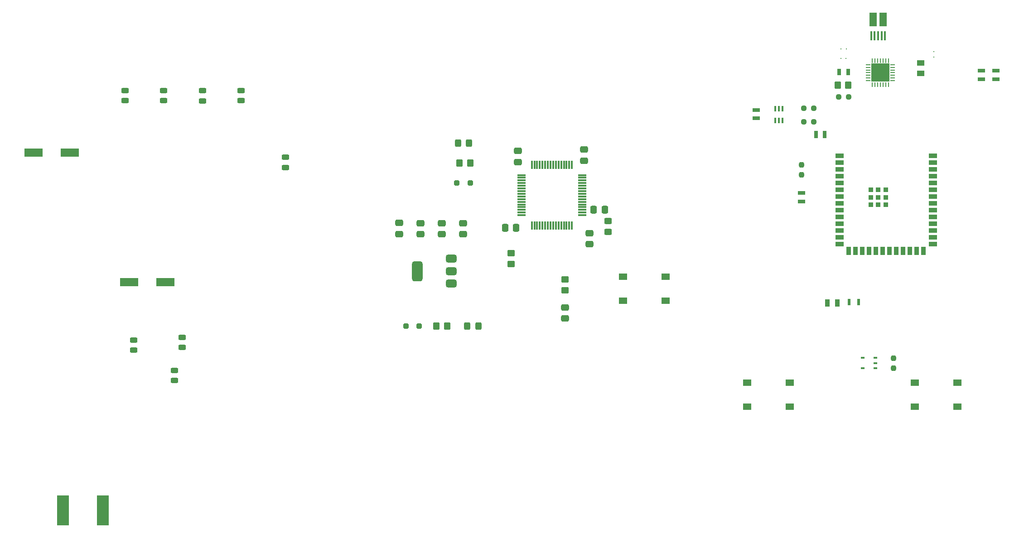
<source format=gbr>
%TF.GenerationSoftware,KiCad,Pcbnew,8.0.4*%
%TF.CreationDate,2024-10-24T16:41:08-04:00*%
%TF.ProjectId,merged,6d657267-6564-42e6-9b69-6361645f7063,rev?*%
%TF.SameCoordinates,Original*%
%TF.FileFunction,Paste,Top*%
%TF.FilePolarity,Positive*%
%FSLAX46Y46*%
G04 Gerber Fmt 4.6, Leading zero omitted, Abs format (unit mm)*
G04 Created by KiCad (PCBNEW 8.0.4) date 2024-10-24 16:41:08*
%MOMM*%
%LPD*%
G01*
G04 APERTURE LIST*
G04 Aperture macros list*
%AMRoundRect*
0 Rectangle with rounded corners*
0 $1 Rounding radius*
0 $2 $3 $4 $5 $6 $7 $8 $9 X,Y pos of 4 corners*
0 Add a 4 corners polygon primitive as box body*
4,1,4,$2,$3,$4,$5,$6,$7,$8,$9,$2,$3,0*
0 Add four circle primitives for the rounded corners*
1,1,$1+$1,$2,$3*
1,1,$1+$1,$4,$5*
1,1,$1+$1,$6,$7*
1,1,$1+$1,$8,$9*
0 Add four rect primitives between the rounded corners*
20,1,$1+$1,$2,$3,$4,$5,0*
20,1,$1+$1,$4,$5,$6,$7,0*
20,1,$1+$1,$6,$7,$8,$9,0*
20,1,$1+$1,$8,$9,$2,$3,0*%
G04 Aperture macros list end*
%ADD10C,0.000000*%
%ADD11R,3.352800X3.352800*%
%ADD12R,0.863600X0.254000*%
%ADD13R,0.254000X0.863600*%
%ADD14R,1.380000X1.010000*%
%ADD15R,0.711200X1.295400*%
%ADD16RoundRect,0.237500X-0.250000X-0.237500X0.250000X-0.237500X0.250000X0.237500X-0.250000X0.237500X0*%
%ADD17RoundRect,0.250000X-0.350000X-0.450000X0.350000X-0.450000X0.350000X0.450000X-0.350000X0.450000X0*%
%ADD18RoundRect,0.250000X-0.450000X0.350000X-0.450000X-0.350000X0.450000X-0.350000X0.450000X0.350000X0*%
%ADD19RoundRect,0.243750X0.456250X-0.243750X0.456250X0.243750X-0.456250X0.243750X-0.456250X-0.243750X0*%
%ADD20R,1.346200X0.787400*%
%ADD21R,1.550000X1.300000*%
%ADD22RoundRect,0.250000X0.475000X-0.337500X0.475000X0.337500X-0.475000X0.337500X-0.475000X-0.337500X0*%
%ADD23R,0.723900X0.381000*%
%ADD24RoundRect,0.243750X-0.456250X0.243750X-0.456250X-0.243750X0.456250X-0.243750X0.456250X0.243750X0*%
%ADD25RoundRect,0.237500X0.237500X-0.250000X0.237500X0.250000X-0.237500X0.250000X-0.237500X-0.250000X0*%
%ADD26R,0.300000X1.000000*%
%ADD27RoundRect,0.250000X-0.450000X0.325000X-0.450000X-0.325000X0.450000X-0.325000X0.450000X0.325000X0*%
%ADD28RoundRect,0.237500X0.250000X0.237500X-0.250000X0.237500X-0.250000X-0.237500X0.250000X-0.237500X0*%
%ADD29R,0.254000X0.203200*%
%ADD30R,0.203200X0.254000*%
%ADD31RoundRect,0.375000X0.625000X0.375000X-0.625000X0.375000X-0.625000X-0.375000X0.625000X-0.375000X0*%
%ADD32RoundRect,0.500000X0.500000X1.400000X-0.500000X1.400000X-0.500000X-1.400000X0.500000X-1.400000X0*%
%ADD33RoundRect,0.250000X0.350000X0.450000X-0.350000X0.450000X-0.350000X-0.450000X0.350000X-0.450000X0*%
%ADD34RoundRect,0.250000X0.337500X0.475000X-0.337500X0.475000X-0.337500X-0.475000X0.337500X-0.475000X0*%
%ADD35RoundRect,0.250000X0.325000X0.450000X-0.325000X0.450000X-0.325000X-0.450000X0.325000X-0.450000X0*%
%ADD36R,0.400000X1.750000*%
%ADD37R,1.425000X2.500000*%
%ADD38R,3.403600X1.498600*%
%ADD39R,0.920000X1.380000*%
%ADD40RoundRect,0.250000X0.250000X0.250000X-0.250000X0.250000X-0.250000X-0.250000X0.250000X-0.250000X0*%
%ADD41RoundRect,0.250000X-0.325000X-0.450000X0.325000X-0.450000X0.325000X0.450000X-0.325000X0.450000X0*%
%ADD42RoundRect,0.250000X-0.337500X-0.475000X0.337500X-0.475000X0.337500X0.475000X-0.337500X0.475000X0*%
%ADD43RoundRect,0.075000X0.075000X-0.700000X0.075000X0.700000X-0.075000X0.700000X-0.075000X-0.700000X0*%
%ADD44RoundRect,0.075000X0.700000X-0.075000X0.700000X0.075000X-0.700000X0.075000X-0.700000X-0.075000X0*%
%ADD45RoundRect,0.250000X-0.475000X0.337500X-0.475000X-0.337500X0.475000X-0.337500X0.475000X0.337500X0*%
%ADD46R,0.508000X1.193800*%
%ADD47R,0.787400X1.346200*%
%ADD48R,1.498600X0.812800*%
%ADD49R,0.812800X1.498600*%
%ADD50R,0.889000X0.889000*%
%ADD51R,2.311400X5.613400*%
G04 APERTURE END LIST*
D10*
%TO.C,U6*%
G36*
X501300000Y-161676400D02*
G01*
X499823600Y-161676400D01*
X499823600Y-160200000D01*
X501300000Y-160200000D01*
X501300000Y-161676400D01*
G37*
G36*
X502976400Y-161676400D02*
G01*
X501500000Y-161676400D01*
X501500000Y-160200000D01*
X502976400Y-160200000D01*
X502976400Y-161676400D01*
G37*
G36*
X501300000Y-160000000D02*
G01*
X499823600Y-160000000D01*
X499823600Y-158523600D01*
X501300000Y-158523600D01*
X501300000Y-160000000D01*
G37*
G36*
X502976400Y-160000000D02*
G01*
X501500000Y-160000000D01*
X501500000Y-158523600D01*
X502976400Y-158523600D01*
X502976400Y-160000000D01*
G37*
%TD*%
D11*
%TO.C,U6*%
X501400000Y-160100000D03*
D12*
X503673300Y-158600000D03*
X503673300Y-159099999D03*
X503673300Y-159600001D03*
X503673300Y-160100000D03*
X503673300Y-160599999D03*
X503673300Y-161100001D03*
X503673300Y-161600000D03*
D13*
X502900000Y-162373300D03*
X502400001Y-162373300D03*
X501899999Y-162373300D03*
X501400000Y-162373300D03*
X500900001Y-162373300D03*
X500399999Y-162373300D03*
X499900000Y-162373300D03*
D12*
X499126700Y-161600000D03*
X499126700Y-161100001D03*
X499126700Y-160599999D03*
X499126700Y-160100000D03*
X499126700Y-159600001D03*
X499126700Y-159099999D03*
X499126700Y-158600000D03*
D13*
X499900000Y-157826700D03*
X500399999Y-157826700D03*
X500900001Y-157826700D03*
X501400000Y-157826700D03*
X501899999Y-157826700D03*
X502400001Y-157826700D03*
X502900000Y-157826700D03*
%TD*%
D14*
%TO.C,R20*%
X508900000Y-160200000D03*
X508900000Y-158300000D03*
%TD*%
D15*
%TO.C,R19*%
X493700000Y-160000000D03*
X495401800Y-160000000D03*
%TD*%
D16*
%TO.C,R18*%
X493600000Y-164600000D03*
X495425000Y-164600000D03*
%TD*%
D17*
%TO.C,R17*%
X493400000Y-162400000D03*
X495400000Y-162400000D03*
%TD*%
D18*
%TO.C,R15*%
X432400000Y-193875000D03*
X432400000Y-195875000D03*
%TD*%
D19*
%TO.C,D10*%
X381964000Y-165343600D03*
X381964000Y-163468600D03*
%TD*%
D18*
%TO.C,R16*%
X442500000Y-198750000D03*
X442500000Y-200750000D03*
%TD*%
D20*
%TO.C,R9*%
X478177000Y-168635600D03*
X478177000Y-167060800D03*
%TD*%
D21*
%TO.C,SW3*%
X453270000Y-198250000D03*
X461230000Y-198250000D03*
X453270000Y-202750000D03*
X461230000Y-202750000D03*
%TD*%
D22*
%TO.C,C20*%
X415463333Y-190325000D03*
X415463333Y-188250000D03*
%TD*%
D19*
%TO.C,D5*%
X374696800Y-165366700D03*
X374696800Y-163491700D03*
%TD*%
D23*
%TO.C,U5*%
X500471000Y-215343200D03*
X500471000Y-214393199D03*
X500471000Y-213443198D03*
X498096100Y-213443198D03*
X498096100Y-215343200D03*
%TD*%
D24*
%TO.C,D8*%
X370926800Y-209568800D03*
X370926800Y-211443800D03*
%TD*%
D25*
%TO.C,R2*%
X486686000Y-179193200D03*
X486686000Y-177368200D03*
%TD*%
D22*
%TO.C,C24*%
X446000000Y-176575000D03*
X446000000Y-174500000D03*
%TD*%
D17*
%TO.C,R14*%
X418450000Y-207500000D03*
X420450000Y-207500000D03*
%TD*%
D26*
%TO.C,U7*%
X483086000Y-166823200D03*
X482426000Y-166823200D03*
X481766000Y-166823200D03*
X481766000Y-169003200D03*
X482426000Y-169003200D03*
X483086000Y-169003200D03*
%TD*%
D20*
%TO.C,R6*%
X520243400Y-159763200D03*
X520243400Y-161338000D03*
%TD*%
%TO.C,R1*%
X486686000Y-184168000D03*
X486686000Y-182593200D03*
%TD*%
D22*
%TO.C,C17*%
X419456666Y-190325000D03*
X419456666Y-188250000D03*
%TD*%
D27*
%TO.C,FB1*%
X450500000Y-187800000D03*
X450500000Y-189850000D03*
%TD*%
D28*
%TO.C,R7*%
X488911000Y-166793200D03*
X487086000Y-166793200D03*
%TD*%
D29*
%TO.C,U4*%
X495000000Y-155700000D03*
X494009400Y-155700000D03*
%TD*%
D21*
%TO.C,S4*%
X484486000Y-222543200D03*
X476536000Y-222543200D03*
X484486000Y-218043200D03*
X476536000Y-218043200D03*
%TD*%
D22*
%TO.C,C19*%
X411470000Y-190250000D03*
X411470000Y-188175000D03*
%TD*%
D30*
%TO.C,U2*%
X511346000Y-156162600D03*
X511346000Y-157153200D03*
%TD*%
D31*
%TO.C,U11*%
X421200000Y-199500000D03*
X421200000Y-197200000D03*
D32*
X414900000Y-197200000D03*
D31*
X421200000Y-194900000D03*
%TD*%
D33*
%TO.C,R13*%
X424750000Y-177000000D03*
X422750000Y-177000000D03*
%TD*%
D24*
%TO.C,D9*%
X369453600Y-215766400D03*
X369453600Y-217641400D03*
%TD*%
D34*
%TO.C,C22*%
X433325000Y-189100000D03*
X431250000Y-189100000D03*
%TD*%
D16*
%TO.C,R8*%
X487086000Y-169303200D03*
X488911000Y-169303200D03*
%TD*%
D35*
%TO.C,D16*%
X426250000Y-207500000D03*
X424200000Y-207500000D03*
%TD*%
D36*
%TO.C,J1*%
X502267750Y-153225000D03*
X501617750Y-153225000D03*
X500967750Y-153225000D03*
X500317750Y-153225000D03*
X499667750Y-153225000D03*
D37*
X501930250Y-150150000D03*
X500005250Y-150150000D03*
%TD*%
D19*
%TO.C,D3*%
X390230800Y-177814200D03*
X390230800Y-175939200D03*
%TD*%
%TO.C,D4*%
X360218800Y-165292800D03*
X360218800Y-163417800D03*
%TD*%
D22*
%TO.C,C18*%
X423450000Y-190325000D03*
X423450000Y-188250000D03*
%TD*%
%TO.C,C23*%
X433650000Y-176800000D03*
X433650000Y-174725000D03*
%TD*%
D38*
%TO.C,C12*%
X349946400Y-175075600D03*
X343139200Y-175075600D03*
%TD*%
D39*
%TO.C,R4*%
X493371000Y-203168200D03*
X491461000Y-203168200D03*
%TD*%
D21*
%TO.C,S3*%
X515786000Y-222543200D03*
X507836000Y-222543200D03*
X515786000Y-218043200D03*
X507836000Y-218043200D03*
%TD*%
D24*
%TO.C,D7*%
X361833600Y-210127600D03*
X361833600Y-212002600D03*
%TD*%
D40*
%TO.C,D13*%
X424750000Y-180750000D03*
X422250000Y-180750000D03*
%TD*%
D19*
%TO.C,D6*%
X367477334Y-165343600D03*
X367477334Y-163468600D03*
%TD*%
D25*
%TO.C,R3*%
X503821000Y-215343200D03*
X503821000Y-213518200D03*
%TD*%
D40*
%TO.C,D15*%
X415200000Y-207500000D03*
X412700000Y-207500000D03*
%TD*%
D20*
%TO.C,R5*%
X522996000Y-159763200D03*
X522996000Y-161338000D03*
%TD*%
D29*
%TO.C,U3*%
X494995300Y-157400000D03*
X494004700Y-157400000D03*
%TD*%
D38*
%TO.C,C11*%
X367777200Y-199256400D03*
X360970000Y-199256400D03*
%TD*%
D41*
%TO.C,D14*%
X422500000Y-173250000D03*
X424550000Y-173250000D03*
%TD*%
D42*
%TO.C,C21*%
X447825000Y-185750000D03*
X449900000Y-185750000D03*
%TD*%
D43*
%TO.C,U12*%
X436250000Y-188675000D03*
X436750000Y-188675000D03*
X437250000Y-188675000D03*
X437750000Y-188675000D03*
X438250000Y-188675000D03*
X438750000Y-188675000D03*
X439250000Y-188675000D03*
X439750000Y-188675000D03*
X440250000Y-188675000D03*
X440750000Y-188675000D03*
X441250000Y-188675000D03*
X441750000Y-188675000D03*
X442250000Y-188675000D03*
X442750000Y-188675000D03*
X443250000Y-188675000D03*
X443750000Y-188675000D03*
D44*
X445675000Y-186750000D03*
X445675000Y-186250000D03*
X445675000Y-185750000D03*
X445675000Y-185250000D03*
X445675000Y-184750000D03*
X445675000Y-184250000D03*
X445675000Y-183750000D03*
X445675000Y-183250000D03*
X445675000Y-182750000D03*
X445675000Y-182250000D03*
X445675000Y-181750000D03*
X445675000Y-181250000D03*
X445675000Y-180750000D03*
X445675000Y-180250000D03*
X445675000Y-179750000D03*
X445675000Y-179250000D03*
D43*
X443750000Y-177325000D03*
X443250000Y-177325000D03*
X442750000Y-177325000D03*
X442250000Y-177325000D03*
X441750000Y-177325000D03*
X441250000Y-177325000D03*
X440750000Y-177325000D03*
X440250000Y-177325000D03*
X439750000Y-177325000D03*
X439250000Y-177325000D03*
X438750000Y-177325000D03*
X438250000Y-177325000D03*
X437750000Y-177325000D03*
X437250000Y-177325000D03*
X436750000Y-177325000D03*
X436250000Y-177325000D03*
D44*
X434325000Y-179250000D03*
X434325000Y-179750000D03*
X434325000Y-180250000D03*
X434325000Y-180750000D03*
X434325000Y-181250000D03*
X434325000Y-181750000D03*
X434325000Y-182250000D03*
X434325000Y-182750000D03*
X434325000Y-183250000D03*
X434325000Y-183750000D03*
X434325000Y-184250000D03*
X434325000Y-184750000D03*
X434325000Y-185250000D03*
X434325000Y-185750000D03*
X434325000Y-186250000D03*
X434325000Y-186750000D03*
%TD*%
D45*
%TO.C,C25*%
X447050000Y-190100000D03*
X447050000Y-192175000D03*
%TD*%
D46*
%TO.C,D2*%
X497339400Y-202968200D03*
X495536000Y-202968200D03*
%TD*%
D47*
%TO.C,R10*%
X489361000Y-171643200D03*
X490935800Y-171643200D03*
%TD*%
D48*
%TO.C,U1*%
X493736000Y-175673200D03*
X493736000Y-176943200D03*
X493736000Y-178213200D03*
X493736000Y-179483200D03*
X493736000Y-180753200D03*
X493736000Y-182023200D03*
X493736000Y-183293200D03*
X493736000Y-184563200D03*
X493736000Y-185833200D03*
X493736000Y-187103200D03*
X493736000Y-188373200D03*
X493736000Y-189643200D03*
X493736000Y-190913200D03*
X493736000Y-192183200D03*
D49*
X495501000Y-193433200D03*
X496771000Y-193433200D03*
X498041000Y-193433200D03*
X499311000Y-193433200D03*
X500581000Y-193433200D03*
X501851000Y-193433200D03*
X503121000Y-193433200D03*
X504391000Y-193433200D03*
X505661000Y-193433200D03*
X506931000Y-193433200D03*
X508201000Y-193433200D03*
X509471000Y-193433200D03*
D48*
X511236000Y-192183200D03*
X511236000Y-190913200D03*
X511236000Y-189643200D03*
X511236000Y-188373200D03*
X511236000Y-187103200D03*
X511236000Y-185833200D03*
X511236000Y-184563200D03*
X511236000Y-183293200D03*
X511236000Y-182023200D03*
X511236000Y-180753200D03*
X511236000Y-179483200D03*
X511236000Y-178213200D03*
X511236000Y-176943200D03*
X511236000Y-175673200D03*
D50*
X500986000Y-183393200D03*
X499586000Y-181993200D03*
X499586000Y-183393200D03*
X499586000Y-184793200D03*
X500986000Y-184793200D03*
X502386000Y-184793200D03*
X502386000Y-183393200D03*
X502386000Y-181993200D03*
X500986000Y-181993200D03*
%TD*%
D45*
%TO.C,C26*%
X442500000Y-204000000D03*
X442500000Y-206075000D03*
%TD*%
D51*
%TO.C,F1*%
X356066800Y-241900000D03*
X348650000Y-241900000D03*
%TD*%
M02*

</source>
